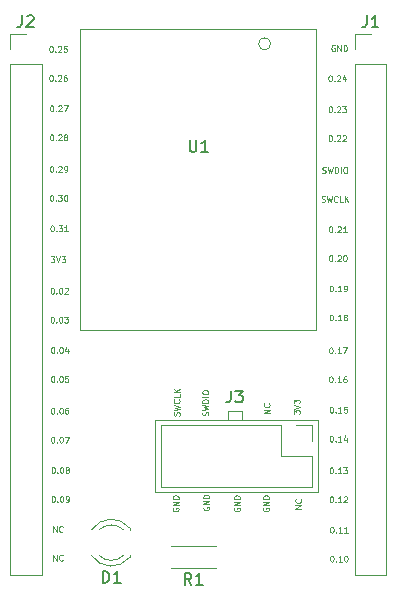
<source format=gto>
G04 #@! TF.GenerationSoftware,KiCad,Pcbnew,(5.1.2)-2*
G04 #@! TF.CreationDate,2020-07-25T19:39:27+02:00*
G04 #@! TF.ProjectId,Adapter,41646170-7465-4722-9e6b-696361645f70,1*
G04 #@! TF.SameCoordinates,Original*
G04 #@! TF.FileFunction,Legend,Top*
G04 #@! TF.FilePolarity,Positive*
%FSLAX46Y46*%
G04 Gerber Fmt 4.6, Leading zero omitted, Abs format (unit mm)*
G04 Created by KiCad (PCBNEW (5.1.2)-2) date 2020-07-25 19:39:27*
%MOMM*%
%LPD*%
G04 APERTURE LIST*
%ADD10C,0.100000*%
%ADD11C,0.120000*%
%ADD12C,0.150000*%
G04 APERTURE END LIST*
D10*
X158005910Y-102582137D02*
X157505910Y-102582137D01*
X158005910Y-102296422D01*
X157505910Y-102296422D01*
X157958291Y-101772613D02*
X157982100Y-101796422D01*
X158005910Y-101867851D01*
X158005910Y-101915470D01*
X157982100Y-101986899D01*
X157934481Y-102034518D01*
X157886862Y-102058327D01*
X157791624Y-102082137D01*
X157720196Y-102082137D01*
X157624958Y-102058327D01*
X157577339Y-102034518D01*
X157529720Y-101986899D01*
X157505910Y-101915470D01*
X157505910Y-101867851D01*
X157529720Y-101796422D01*
X157553529Y-101772613D01*
X139667822Y-115074830D02*
X139667822Y-114574830D01*
X139953537Y-115074830D01*
X139953537Y-114574830D01*
X140477346Y-115027211D02*
X140453537Y-115051020D01*
X140382108Y-115074830D01*
X140334489Y-115074830D01*
X140263060Y-115051020D01*
X140215441Y-115003401D01*
X140191632Y-114955782D01*
X140167822Y-114860544D01*
X140167822Y-114789116D01*
X140191632Y-114693878D01*
X140215441Y-114646259D01*
X140263060Y-114598640D01*
X140334489Y-114574830D01*
X140382108Y-114574830D01*
X140453537Y-114598640D01*
X140477346Y-114622449D01*
X139667822Y-112656750D02*
X139667822Y-112156750D01*
X139953537Y-112656750D01*
X139953537Y-112156750D01*
X140477346Y-112609131D02*
X140453537Y-112632940D01*
X140382108Y-112656750D01*
X140334489Y-112656750D01*
X140263060Y-112632940D01*
X140215441Y-112585321D01*
X140191632Y-112537702D01*
X140167822Y-112442464D01*
X140167822Y-112371036D01*
X140191632Y-112275798D01*
X140215441Y-112228179D01*
X140263060Y-112180560D01*
X140334489Y-112156750D01*
X140382108Y-112156750D01*
X140453537Y-112180560D01*
X140477346Y-112204369D01*
X160667830Y-110689817D02*
X160167830Y-110689817D01*
X160667830Y-110404102D01*
X160167830Y-110404102D01*
X160620211Y-109880293D02*
X160644020Y-109904102D01*
X160667830Y-109975531D01*
X160667830Y-110023150D01*
X160644020Y-110094579D01*
X160596401Y-110142198D01*
X160548782Y-110166007D01*
X160453544Y-110189817D01*
X160382116Y-110189817D01*
X160286878Y-110166007D01*
X160239259Y-110142198D01*
X160191640Y-110094579D01*
X160167830Y-110023150D01*
X160167830Y-109975531D01*
X160191640Y-109904102D01*
X160215449Y-109880293D01*
X157463680Y-110611872D02*
X157439870Y-110659491D01*
X157439870Y-110730920D01*
X157463680Y-110802348D01*
X157511299Y-110849967D01*
X157558918Y-110873777D01*
X157654156Y-110897586D01*
X157725584Y-110897586D01*
X157820822Y-110873777D01*
X157868441Y-110849967D01*
X157916060Y-110802348D01*
X157939870Y-110730920D01*
X157939870Y-110683300D01*
X157916060Y-110611872D01*
X157892251Y-110588062D01*
X157725584Y-110588062D01*
X157725584Y-110683300D01*
X157939870Y-110373777D02*
X157439870Y-110373777D01*
X157939870Y-110088062D01*
X157439870Y-110088062D01*
X157939870Y-109849967D02*
X157439870Y-109849967D01*
X157439870Y-109730920D01*
X157463680Y-109659491D01*
X157511299Y-109611872D01*
X157558918Y-109588062D01*
X157654156Y-109564253D01*
X157725584Y-109564253D01*
X157820822Y-109588062D01*
X157868441Y-109611872D01*
X157916060Y-109659491D01*
X157939870Y-109730920D01*
X157939870Y-109849967D01*
X154999880Y-110611872D02*
X154976070Y-110659491D01*
X154976070Y-110730920D01*
X154999880Y-110802348D01*
X155047499Y-110849967D01*
X155095118Y-110873777D01*
X155190356Y-110897586D01*
X155261784Y-110897586D01*
X155357022Y-110873777D01*
X155404641Y-110849967D01*
X155452260Y-110802348D01*
X155476070Y-110730920D01*
X155476070Y-110683300D01*
X155452260Y-110611872D01*
X155428451Y-110588062D01*
X155261784Y-110588062D01*
X155261784Y-110683300D01*
X155476070Y-110373777D02*
X154976070Y-110373777D01*
X155476070Y-110088062D01*
X154976070Y-110088062D01*
X155476070Y-109849967D02*
X154976070Y-109849967D01*
X154976070Y-109730920D01*
X154999880Y-109659491D01*
X155047499Y-109611872D01*
X155095118Y-109588062D01*
X155190356Y-109564253D01*
X155261784Y-109564253D01*
X155357022Y-109588062D01*
X155404641Y-109611872D01*
X155452260Y-109659491D01*
X155476070Y-109730920D01*
X155476070Y-109849967D01*
X152398920Y-110545832D02*
X152375110Y-110593451D01*
X152375110Y-110664880D01*
X152398920Y-110736308D01*
X152446539Y-110783927D01*
X152494158Y-110807737D01*
X152589396Y-110831546D01*
X152660824Y-110831546D01*
X152756062Y-110807737D01*
X152803681Y-110783927D01*
X152851300Y-110736308D01*
X152875110Y-110664880D01*
X152875110Y-110617260D01*
X152851300Y-110545832D01*
X152827491Y-110522022D01*
X152660824Y-110522022D01*
X152660824Y-110617260D01*
X152875110Y-110307737D02*
X152375110Y-110307737D01*
X152875110Y-110022022D01*
X152375110Y-110022022D01*
X152875110Y-109783927D02*
X152375110Y-109783927D01*
X152375110Y-109664880D01*
X152398920Y-109593451D01*
X152446539Y-109545832D01*
X152494158Y-109522022D01*
X152589396Y-109498213D01*
X152660824Y-109498213D01*
X152756062Y-109522022D01*
X152803681Y-109545832D01*
X152851300Y-109593451D01*
X152875110Y-109664880D01*
X152875110Y-109783927D01*
X149803040Y-110611872D02*
X149779230Y-110659491D01*
X149779230Y-110730920D01*
X149803040Y-110802348D01*
X149850659Y-110849967D01*
X149898278Y-110873777D01*
X149993516Y-110897586D01*
X150064944Y-110897586D01*
X150160182Y-110873777D01*
X150207801Y-110849967D01*
X150255420Y-110802348D01*
X150279230Y-110730920D01*
X150279230Y-110683300D01*
X150255420Y-110611872D01*
X150231611Y-110588062D01*
X150064944Y-110588062D01*
X150064944Y-110683300D01*
X150279230Y-110373777D02*
X149779230Y-110373777D01*
X150279230Y-110088062D01*
X149779230Y-110088062D01*
X150279230Y-109849967D02*
X149779230Y-109849967D01*
X149779230Y-109730920D01*
X149803040Y-109659491D01*
X149850659Y-109611872D01*
X149898278Y-109588062D01*
X149993516Y-109564253D01*
X150064944Y-109564253D01*
X150160182Y-109588062D01*
X150207801Y-109611872D01*
X150255420Y-109659491D01*
X150279230Y-109730920D01*
X150279230Y-109849967D01*
X152785260Y-102781443D02*
X152809070Y-102710015D01*
X152809070Y-102590967D01*
X152785260Y-102543348D01*
X152761451Y-102519539D01*
X152713832Y-102495729D01*
X152666213Y-102495729D01*
X152618594Y-102519539D01*
X152594784Y-102543348D01*
X152570975Y-102590967D01*
X152547165Y-102686205D01*
X152523356Y-102733824D01*
X152499546Y-102757634D01*
X152451927Y-102781443D01*
X152404308Y-102781443D01*
X152356689Y-102757634D01*
X152332880Y-102733824D01*
X152309070Y-102686205D01*
X152309070Y-102567158D01*
X152332880Y-102495729D01*
X152309070Y-102329062D02*
X152809070Y-102210015D01*
X152451927Y-102114777D01*
X152809070Y-102019539D01*
X152309070Y-101900491D01*
X152809070Y-101710015D02*
X152309070Y-101710015D01*
X152309070Y-101590967D01*
X152332880Y-101519539D01*
X152380499Y-101471920D01*
X152428118Y-101448110D01*
X152523356Y-101424300D01*
X152594784Y-101424300D01*
X152690022Y-101448110D01*
X152737641Y-101471920D01*
X152785260Y-101519539D01*
X152809070Y-101590967D01*
X152809070Y-101710015D01*
X152809070Y-101210015D02*
X152309070Y-101210015D01*
X152309070Y-100876681D02*
X152309070Y-100781443D01*
X152332880Y-100733824D01*
X152380499Y-100686205D01*
X152475737Y-100662396D01*
X152642403Y-100662396D01*
X152737641Y-100686205D01*
X152785260Y-100733824D01*
X152809070Y-100781443D01*
X152809070Y-100876681D01*
X152785260Y-100924300D01*
X152737641Y-100971920D01*
X152642403Y-100995729D01*
X152475737Y-100995729D01*
X152380499Y-100971920D01*
X152332880Y-100924300D01*
X152309070Y-100876681D01*
X150341780Y-102796992D02*
X150365590Y-102725563D01*
X150365590Y-102606516D01*
X150341780Y-102558897D01*
X150317971Y-102535087D01*
X150270352Y-102511278D01*
X150222733Y-102511278D01*
X150175114Y-102535087D01*
X150151304Y-102558897D01*
X150127495Y-102606516D01*
X150103685Y-102701754D01*
X150079876Y-102749373D01*
X150056066Y-102773182D01*
X150008447Y-102796992D01*
X149960828Y-102796992D01*
X149913209Y-102773182D01*
X149889400Y-102749373D01*
X149865590Y-102701754D01*
X149865590Y-102582706D01*
X149889400Y-102511278D01*
X149865590Y-102344611D02*
X150365590Y-102225563D01*
X150008447Y-102130325D01*
X150365590Y-102035087D01*
X149865590Y-101916040D01*
X150317971Y-101439849D02*
X150341780Y-101463659D01*
X150365590Y-101535087D01*
X150365590Y-101582706D01*
X150341780Y-101654135D01*
X150294161Y-101701754D01*
X150246542Y-101725563D01*
X150151304Y-101749373D01*
X150079876Y-101749373D01*
X149984638Y-101725563D01*
X149937019Y-101701754D01*
X149889400Y-101654135D01*
X149865590Y-101582706D01*
X149865590Y-101535087D01*
X149889400Y-101463659D01*
X149913209Y-101439849D01*
X150365590Y-100987468D02*
X150365590Y-101225563D01*
X149865590Y-101225563D01*
X150365590Y-100820801D02*
X149865590Y-100820801D01*
X150365590Y-100535087D02*
X150079876Y-100749373D01*
X149865590Y-100535087D02*
X150151304Y-100820801D01*
X160025590Y-102655927D02*
X160025590Y-102346403D01*
X160216066Y-102513070D01*
X160216066Y-102441641D01*
X160239876Y-102394022D01*
X160263685Y-102370213D01*
X160311304Y-102346403D01*
X160430352Y-102346403D01*
X160477971Y-102370213D01*
X160501780Y-102394022D01*
X160525590Y-102441641D01*
X160525590Y-102584499D01*
X160501780Y-102632118D01*
X160477971Y-102655927D01*
X160025590Y-102203546D02*
X160525590Y-102036880D01*
X160025590Y-101870213D01*
X160025590Y-101751165D02*
X160025590Y-101441641D01*
X160216066Y-101608308D01*
X160216066Y-101536880D01*
X160239876Y-101489260D01*
X160263685Y-101465451D01*
X160311304Y-101441641D01*
X160430352Y-101441641D01*
X160477971Y-101465451D01*
X160501780Y-101489260D01*
X160525590Y-101536880D01*
X160525590Y-101679737D01*
X160501780Y-101727356D01*
X160477971Y-101751165D01*
X163494767Y-71459280D02*
X163447148Y-71435470D01*
X163375720Y-71435470D01*
X163304291Y-71459280D01*
X163256672Y-71506899D01*
X163232862Y-71554518D01*
X163209053Y-71649756D01*
X163209053Y-71721184D01*
X163232862Y-71816422D01*
X163256672Y-71864041D01*
X163304291Y-71911660D01*
X163375720Y-71935470D01*
X163423339Y-71935470D01*
X163494767Y-71911660D01*
X163518577Y-71887851D01*
X163518577Y-71721184D01*
X163423339Y-71721184D01*
X163732862Y-71935470D02*
X163732862Y-71435470D01*
X164018577Y-71935470D01*
X164018577Y-71435470D01*
X164256672Y-71935470D02*
X164256672Y-71435470D01*
X164375720Y-71435470D01*
X164447148Y-71459280D01*
X164494767Y-71506899D01*
X164518577Y-71554518D01*
X164542386Y-71649756D01*
X164542386Y-71721184D01*
X164518577Y-71816422D01*
X164494767Y-71864041D01*
X164447148Y-71911660D01*
X164375720Y-71935470D01*
X164256672Y-71935470D01*
X163094112Y-73990710D02*
X163141731Y-73990710D01*
X163189350Y-74014520D01*
X163213160Y-74038329D01*
X163236969Y-74085948D01*
X163260779Y-74181186D01*
X163260779Y-74300234D01*
X163236969Y-74395472D01*
X163213160Y-74443091D01*
X163189350Y-74466900D01*
X163141731Y-74490710D01*
X163094112Y-74490710D01*
X163046493Y-74466900D01*
X163022683Y-74443091D01*
X162998874Y-74395472D01*
X162975064Y-74300234D01*
X162975064Y-74181186D01*
X162998874Y-74085948D01*
X163022683Y-74038329D01*
X163046493Y-74014520D01*
X163094112Y-73990710D01*
X163475064Y-74443091D02*
X163498874Y-74466900D01*
X163475064Y-74490710D01*
X163451255Y-74466900D01*
X163475064Y-74443091D01*
X163475064Y-74490710D01*
X163689350Y-74038329D02*
X163713160Y-74014520D01*
X163760779Y-73990710D01*
X163879826Y-73990710D01*
X163927445Y-74014520D01*
X163951255Y-74038329D01*
X163975064Y-74085948D01*
X163975064Y-74133567D01*
X163951255Y-74204996D01*
X163665540Y-74490710D01*
X163975064Y-74490710D01*
X164403636Y-74157377D02*
X164403636Y-74490710D01*
X164284588Y-73966900D02*
X164165540Y-74324043D01*
X164475064Y-74324043D01*
X163144912Y-89220550D02*
X163192531Y-89220550D01*
X163240150Y-89244360D01*
X163263960Y-89268169D01*
X163287769Y-89315788D01*
X163311579Y-89411026D01*
X163311579Y-89530074D01*
X163287769Y-89625312D01*
X163263960Y-89672931D01*
X163240150Y-89696740D01*
X163192531Y-89720550D01*
X163144912Y-89720550D01*
X163097293Y-89696740D01*
X163073483Y-89672931D01*
X163049674Y-89625312D01*
X163025864Y-89530074D01*
X163025864Y-89411026D01*
X163049674Y-89315788D01*
X163073483Y-89268169D01*
X163097293Y-89244360D01*
X163144912Y-89220550D01*
X163525864Y-89672931D02*
X163549674Y-89696740D01*
X163525864Y-89720550D01*
X163502055Y-89696740D01*
X163525864Y-89672931D01*
X163525864Y-89720550D01*
X163740150Y-89268169D02*
X163763960Y-89244360D01*
X163811579Y-89220550D01*
X163930626Y-89220550D01*
X163978245Y-89244360D01*
X164002055Y-89268169D01*
X164025864Y-89315788D01*
X164025864Y-89363407D01*
X164002055Y-89434836D01*
X163716340Y-89720550D01*
X164025864Y-89720550D01*
X164335388Y-89220550D02*
X164383007Y-89220550D01*
X164430626Y-89244360D01*
X164454436Y-89268169D01*
X164478245Y-89315788D01*
X164502055Y-89411026D01*
X164502055Y-89530074D01*
X164478245Y-89625312D01*
X164454436Y-89672931D01*
X164430626Y-89696740D01*
X164383007Y-89720550D01*
X164335388Y-89720550D01*
X164287769Y-89696740D01*
X164263960Y-89672931D01*
X164240150Y-89625312D01*
X164216340Y-89530074D01*
X164216340Y-89411026D01*
X164240150Y-89315788D01*
X164263960Y-89268169D01*
X164287769Y-89244360D01*
X164335388Y-89220550D01*
X163185552Y-91796110D02*
X163233171Y-91796110D01*
X163280790Y-91819920D01*
X163304600Y-91843729D01*
X163328409Y-91891348D01*
X163352219Y-91986586D01*
X163352219Y-92105634D01*
X163328409Y-92200872D01*
X163304600Y-92248491D01*
X163280790Y-92272300D01*
X163233171Y-92296110D01*
X163185552Y-92296110D01*
X163137933Y-92272300D01*
X163114123Y-92248491D01*
X163090314Y-92200872D01*
X163066504Y-92105634D01*
X163066504Y-91986586D01*
X163090314Y-91891348D01*
X163114123Y-91843729D01*
X163137933Y-91819920D01*
X163185552Y-91796110D01*
X163566504Y-92248491D02*
X163590314Y-92272300D01*
X163566504Y-92296110D01*
X163542695Y-92272300D01*
X163566504Y-92248491D01*
X163566504Y-92296110D01*
X164066504Y-92296110D02*
X163780790Y-92296110D01*
X163923647Y-92296110D02*
X163923647Y-91796110D01*
X163876028Y-91867539D01*
X163828409Y-91915158D01*
X163780790Y-91938967D01*
X164304600Y-92296110D02*
X164399838Y-92296110D01*
X164447457Y-92272300D01*
X164471266Y-92248491D01*
X164518885Y-92177062D01*
X164542695Y-92081824D01*
X164542695Y-91891348D01*
X164518885Y-91843729D01*
X164495076Y-91819920D01*
X164447457Y-91796110D01*
X164352219Y-91796110D01*
X164304600Y-91819920D01*
X164280790Y-91843729D01*
X164256980Y-91891348D01*
X164256980Y-92010396D01*
X164280790Y-92058015D01*
X164304600Y-92081824D01*
X164352219Y-92105634D01*
X164447457Y-92105634D01*
X164495076Y-92081824D01*
X164518885Y-92058015D01*
X164542695Y-92010396D01*
X163185552Y-94244670D02*
X163233171Y-94244670D01*
X163280790Y-94268480D01*
X163304600Y-94292289D01*
X163328409Y-94339908D01*
X163352219Y-94435146D01*
X163352219Y-94554194D01*
X163328409Y-94649432D01*
X163304600Y-94697051D01*
X163280790Y-94720860D01*
X163233171Y-94744670D01*
X163185552Y-94744670D01*
X163137933Y-94720860D01*
X163114123Y-94697051D01*
X163090314Y-94649432D01*
X163066504Y-94554194D01*
X163066504Y-94435146D01*
X163090314Y-94339908D01*
X163114123Y-94292289D01*
X163137933Y-94268480D01*
X163185552Y-94244670D01*
X163566504Y-94697051D02*
X163590314Y-94720860D01*
X163566504Y-94744670D01*
X163542695Y-94720860D01*
X163566504Y-94697051D01*
X163566504Y-94744670D01*
X164066504Y-94744670D02*
X163780790Y-94744670D01*
X163923647Y-94744670D02*
X163923647Y-94244670D01*
X163876028Y-94316099D01*
X163828409Y-94363718D01*
X163780790Y-94387527D01*
X164352219Y-94458956D02*
X164304600Y-94435146D01*
X164280790Y-94411337D01*
X164256980Y-94363718D01*
X164256980Y-94339908D01*
X164280790Y-94292289D01*
X164304600Y-94268480D01*
X164352219Y-94244670D01*
X164447457Y-94244670D01*
X164495076Y-94268480D01*
X164518885Y-94292289D01*
X164542695Y-94339908D01*
X164542695Y-94363718D01*
X164518885Y-94411337D01*
X164495076Y-94435146D01*
X164447457Y-94458956D01*
X164352219Y-94458956D01*
X164304600Y-94482765D01*
X164280790Y-94506575D01*
X164256980Y-94554194D01*
X164256980Y-94649432D01*
X164280790Y-94697051D01*
X164304600Y-94720860D01*
X164352219Y-94744670D01*
X164447457Y-94744670D01*
X164495076Y-94720860D01*
X164518885Y-94697051D01*
X164542695Y-94649432D01*
X164542695Y-94554194D01*
X164518885Y-94506575D01*
X164495076Y-94482765D01*
X164447457Y-94458956D01*
X163144912Y-86771990D02*
X163192531Y-86771990D01*
X163240150Y-86795800D01*
X163263960Y-86819609D01*
X163287769Y-86867228D01*
X163311579Y-86962466D01*
X163311579Y-87081514D01*
X163287769Y-87176752D01*
X163263960Y-87224371D01*
X163240150Y-87248180D01*
X163192531Y-87271990D01*
X163144912Y-87271990D01*
X163097293Y-87248180D01*
X163073483Y-87224371D01*
X163049674Y-87176752D01*
X163025864Y-87081514D01*
X163025864Y-86962466D01*
X163049674Y-86867228D01*
X163073483Y-86819609D01*
X163097293Y-86795800D01*
X163144912Y-86771990D01*
X163525864Y-87224371D02*
X163549674Y-87248180D01*
X163525864Y-87271990D01*
X163502055Y-87248180D01*
X163525864Y-87224371D01*
X163525864Y-87271990D01*
X163740150Y-86819609D02*
X163763960Y-86795800D01*
X163811579Y-86771990D01*
X163930626Y-86771990D01*
X163978245Y-86795800D01*
X164002055Y-86819609D01*
X164025864Y-86867228D01*
X164025864Y-86914847D01*
X164002055Y-86986276D01*
X163716340Y-87271990D01*
X164025864Y-87271990D01*
X164502055Y-87271990D02*
X164216340Y-87271990D01*
X164359198Y-87271990D02*
X164359198Y-86771990D01*
X164311579Y-86843419D01*
X164263960Y-86891038D01*
X164216340Y-86914847D01*
X162460596Y-82239300D02*
X162532024Y-82263110D01*
X162651072Y-82263110D01*
X162698691Y-82239300D01*
X162722500Y-82215491D01*
X162746310Y-82167872D01*
X162746310Y-82120253D01*
X162722500Y-82072634D01*
X162698691Y-82048824D01*
X162651072Y-82025015D01*
X162555834Y-82001205D01*
X162508215Y-81977396D01*
X162484405Y-81953586D01*
X162460596Y-81905967D01*
X162460596Y-81858348D01*
X162484405Y-81810729D01*
X162508215Y-81786920D01*
X162555834Y-81763110D01*
X162674881Y-81763110D01*
X162746310Y-81786920D01*
X162912977Y-81763110D02*
X163032024Y-82263110D01*
X163127262Y-81905967D01*
X163222500Y-82263110D01*
X163341548Y-81763110D01*
X163532024Y-82263110D02*
X163532024Y-81763110D01*
X163651072Y-81763110D01*
X163722500Y-81786920D01*
X163770120Y-81834539D01*
X163793929Y-81882158D01*
X163817739Y-81977396D01*
X163817739Y-82048824D01*
X163793929Y-82144062D01*
X163770120Y-82191681D01*
X163722500Y-82239300D01*
X163651072Y-82263110D01*
X163532024Y-82263110D01*
X164032024Y-82263110D02*
X164032024Y-81763110D01*
X164365358Y-81763110D02*
X164460596Y-81763110D01*
X164508215Y-81786920D01*
X164555834Y-81834539D01*
X164579643Y-81929777D01*
X164579643Y-82096443D01*
X164555834Y-82191681D01*
X164508215Y-82239300D01*
X164460596Y-82263110D01*
X164365358Y-82263110D01*
X164317739Y-82239300D01*
X164270120Y-82191681D01*
X164246310Y-82096443D01*
X164246310Y-81929777D01*
X164270120Y-81834539D01*
X164317739Y-81786920D01*
X164365358Y-81763110D01*
X162389167Y-84682780D02*
X162460596Y-84706590D01*
X162579643Y-84706590D01*
X162627262Y-84682780D01*
X162651072Y-84658971D01*
X162674881Y-84611352D01*
X162674881Y-84563733D01*
X162651072Y-84516114D01*
X162627262Y-84492304D01*
X162579643Y-84468495D01*
X162484405Y-84444685D01*
X162436786Y-84420876D01*
X162412977Y-84397066D01*
X162389167Y-84349447D01*
X162389167Y-84301828D01*
X162412977Y-84254209D01*
X162436786Y-84230400D01*
X162484405Y-84206590D01*
X162603453Y-84206590D01*
X162674881Y-84230400D01*
X162841548Y-84206590D02*
X162960596Y-84706590D01*
X163055834Y-84349447D01*
X163151072Y-84706590D01*
X163270120Y-84206590D01*
X163746310Y-84658971D02*
X163722500Y-84682780D01*
X163651072Y-84706590D01*
X163603453Y-84706590D01*
X163532024Y-84682780D01*
X163484405Y-84635161D01*
X163460596Y-84587542D01*
X163436786Y-84492304D01*
X163436786Y-84420876D01*
X163460596Y-84325638D01*
X163484405Y-84278019D01*
X163532024Y-84230400D01*
X163603453Y-84206590D01*
X163651072Y-84206590D01*
X163722500Y-84230400D01*
X163746310Y-84254209D01*
X164198691Y-84706590D02*
X163960596Y-84706590D01*
X163960596Y-84206590D01*
X164365358Y-84706590D02*
X164365358Y-84206590D01*
X164651072Y-84706590D02*
X164436786Y-84420876D01*
X164651072Y-84206590D02*
X164365358Y-84492304D01*
X163104272Y-79060550D02*
X163151891Y-79060550D01*
X163199510Y-79084360D01*
X163223320Y-79108169D01*
X163247129Y-79155788D01*
X163270939Y-79251026D01*
X163270939Y-79370074D01*
X163247129Y-79465312D01*
X163223320Y-79512931D01*
X163199510Y-79536740D01*
X163151891Y-79560550D01*
X163104272Y-79560550D01*
X163056653Y-79536740D01*
X163032843Y-79512931D01*
X163009034Y-79465312D01*
X162985224Y-79370074D01*
X162985224Y-79251026D01*
X163009034Y-79155788D01*
X163032843Y-79108169D01*
X163056653Y-79084360D01*
X163104272Y-79060550D01*
X163485224Y-79512931D02*
X163509034Y-79536740D01*
X163485224Y-79560550D01*
X163461415Y-79536740D01*
X163485224Y-79512931D01*
X163485224Y-79560550D01*
X163699510Y-79108169D02*
X163723320Y-79084360D01*
X163770939Y-79060550D01*
X163889986Y-79060550D01*
X163937605Y-79084360D01*
X163961415Y-79108169D01*
X163985224Y-79155788D01*
X163985224Y-79203407D01*
X163961415Y-79274836D01*
X163675700Y-79560550D01*
X163985224Y-79560550D01*
X164175700Y-79108169D02*
X164199510Y-79084360D01*
X164247129Y-79060550D01*
X164366177Y-79060550D01*
X164413796Y-79084360D01*
X164437605Y-79108169D01*
X164461415Y-79155788D01*
X164461415Y-79203407D01*
X164437605Y-79274836D01*
X164151891Y-79560550D01*
X164461415Y-79560550D01*
X163104272Y-76611990D02*
X163151891Y-76611990D01*
X163199510Y-76635800D01*
X163223320Y-76659609D01*
X163247129Y-76707228D01*
X163270939Y-76802466D01*
X163270939Y-76921514D01*
X163247129Y-77016752D01*
X163223320Y-77064371D01*
X163199510Y-77088180D01*
X163151891Y-77111990D01*
X163104272Y-77111990D01*
X163056653Y-77088180D01*
X163032843Y-77064371D01*
X163009034Y-77016752D01*
X162985224Y-76921514D01*
X162985224Y-76802466D01*
X163009034Y-76707228D01*
X163032843Y-76659609D01*
X163056653Y-76635800D01*
X163104272Y-76611990D01*
X163485224Y-77064371D02*
X163509034Y-77088180D01*
X163485224Y-77111990D01*
X163461415Y-77088180D01*
X163485224Y-77064371D01*
X163485224Y-77111990D01*
X163699510Y-76659609D02*
X163723320Y-76635800D01*
X163770939Y-76611990D01*
X163889986Y-76611990D01*
X163937605Y-76635800D01*
X163961415Y-76659609D01*
X163985224Y-76707228D01*
X163985224Y-76754847D01*
X163961415Y-76826276D01*
X163675700Y-77111990D01*
X163985224Y-77111990D01*
X164151891Y-76611990D02*
X164461415Y-76611990D01*
X164294748Y-76802466D01*
X164366177Y-76802466D01*
X164413796Y-76826276D01*
X164437605Y-76850085D01*
X164461415Y-76897704D01*
X164461415Y-77016752D01*
X164437605Y-77064371D01*
X164413796Y-77088180D01*
X164366177Y-77111990D01*
X164223320Y-77111990D01*
X164175700Y-77088180D01*
X164151891Y-77064371D01*
X163195712Y-109642150D02*
X163243331Y-109642150D01*
X163290950Y-109665960D01*
X163314760Y-109689769D01*
X163338569Y-109737388D01*
X163362379Y-109832626D01*
X163362379Y-109951674D01*
X163338569Y-110046912D01*
X163314760Y-110094531D01*
X163290950Y-110118340D01*
X163243331Y-110142150D01*
X163195712Y-110142150D01*
X163148093Y-110118340D01*
X163124283Y-110094531D01*
X163100474Y-110046912D01*
X163076664Y-109951674D01*
X163076664Y-109832626D01*
X163100474Y-109737388D01*
X163124283Y-109689769D01*
X163148093Y-109665960D01*
X163195712Y-109642150D01*
X163576664Y-110094531D02*
X163600474Y-110118340D01*
X163576664Y-110142150D01*
X163552855Y-110118340D01*
X163576664Y-110094531D01*
X163576664Y-110142150D01*
X164076664Y-110142150D02*
X163790950Y-110142150D01*
X163933807Y-110142150D02*
X163933807Y-109642150D01*
X163886188Y-109713579D01*
X163838569Y-109761198D01*
X163790950Y-109785007D01*
X164267140Y-109689769D02*
X164290950Y-109665960D01*
X164338569Y-109642150D01*
X164457617Y-109642150D01*
X164505236Y-109665960D01*
X164529045Y-109689769D01*
X164552855Y-109737388D01*
X164552855Y-109785007D01*
X164529045Y-109856436D01*
X164243331Y-110142150D01*
X164552855Y-110142150D01*
X163236352Y-112217710D02*
X163283971Y-112217710D01*
X163331590Y-112241520D01*
X163355400Y-112265329D01*
X163379209Y-112312948D01*
X163403019Y-112408186D01*
X163403019Y-112527234D01*
X163379209Y-112622472D01*
X163355400Y-112670091D01*
X163331590Y-112693900D01*
X163283971Y-112717710D01*
X163236352Y-112717710D01*
X163188733Y-112693900D01*
X163164923Y-112670091D01*
X163141114Y-112622472D01*
X163117304Y-112527234D01*
X163117304Y-112408186D01*
X163141114Y-112312948D01*
X163164923Y-112265329D01*
X163188733Y-112241520D01*
X163236352Y-112217710D01*
X163617304Y-112670091D02*
X163641114Y-112693900D01*
X163617304Y-112717710D01*
X163593495Y-112693900D01*
X163617304Y-112670091D01*
X163617304Y-112717710D01*
X164117304Y-112717710D02*
X163831590Y-112717710D01*
X163974447Y-112717710D02*
X163974447Y-112217710D01*
X163926828Y-112289139D01*
X163879209Y-112336758D01*
X163831590Y-112360567D01*
X164593495Y-112717710D02*
X164307780Y-112717710D01*
X164450638Y-112717710D02*
X164450638Y-112217710D01*
X164403019Y-112289139D01*
X164355400Y-112336758D01*
X164307780Y-112360567D01*
X163236352Y-114666270D02*
X163283971Y-114666270D01*
X163331590Y-114690080D01*
X163355400Y-114713889D01*
X163379209Y-114761508D01*
X163403019Y-114856746D01*
X163403019Y-114975794D01*
X163379209Y-115071032D01*
X163355400Y-115118651D01*
X163331590Y-115142460D01*
X163283971Y-115166270D01*
X163236352Y-115166270D01*
X163188733Y-115142460D01*
X163164923Y-115118651D01*
X163141114Y-115071032D01*
X163117304Y-114975794D01*
X163117304Y-114856746D01*
X163141114Y-114761508D01*
X163164923Y-114713889D01*
X163188733Y-114690080D01*
X163236352Y-114666270D01*
X163617304Y-115118651D02*
X163641114Y-115142460D01*
X163617304Y-115166270D01*
X163593495Y-115142460D01*
X163617304Y-115118651D01*
X163617304Y-115166270D01*
X164117304Y-115166270D02*
X163831590Y-115166270D01*
X163974447Y-115166270D02*
X163974447Y-114666270D01*
X163926828Y-114737699D01*
X163879209Y-114785318D01*
X163831590Y-114809127D01*
X164426828Y-114666270D02*
X164474447Y-114666270D01*
X164522066Y-114690080D01*
X164545876Y-114713889D01*
X164569685Y-114761508D01*
X164593495Y-114856746D01*
X164593495Y-114975794D01*
X164569685Y-115071032D01*
X164545876Y-115118651D01*
X164522066Y-115142460D01*
X164474447Y-115166270D01*
X164426828Y-115166270D01*
X164379209Y-115142460D01*
X164355400Y-115118651D01*
X164331590Y-115071032D01*
X164307780Y-114975794D01*
X164307780Y-114856746D01*
X164331590Y-114761508D01*
X164355400Y-114713889D01*
X164379209Y-114690080D01*
X164426828Y-114666270D01*
X163195712Y-107193590D02*
X163243331Y-107193590D01*
X163290950Y-107217400D01*
X163314760Y-107241209D01*
X163338569Y-107288828D01*
X163362379Y-107384066D01*
X163362379Y-107503114D01*
X163338569Y-107598352D01*
X163314760Y-107645971D01*
X163290950Y-107669780D01*
X163243331Y-107693590D01*
X163195712Y-107693590D01*
X163148093Y-107669780D01*
X163124283Y-107645971D01*
X163100474Y-107598352D01*
X163076664Y-107503114D01*
X163076664Y-107384066D01*
X163100474Y-107288828D01*
X163124283Y-107241209D01*
X163148093Y-107217400D01*
X163195712Y-107193590D01*
X163576664Y-107645971D02*
X163600474Y-107669780D01*
X163576664Y-107693590D01*
X163552855Y-107669780D01*
X163576664Y-107645971D01*
X163576664Y-107693590D01*
X164076664Y-107693590D02*
X163790950Y-107693590D01*
X163933807Y-107693590D02*
X163933807Y-107193590D01*
X163886188Y-107265019D01*
X163838569Y-107312638D01*
X163790950Y-107336447D01*
X164243331Y-107193590D02*
X164552855Y-107193590D01*
X164386188Y-107384066D01*
X164457617Y-107384066D01*
X164505236Y-107407876D01*
X164529045Y-107431685D01*
X164552855Y-107479304D01*
X164552855Y-107598352D01*
X164529045Y-107645971D01*
X164505236Y-107669780D01*
X164457617Y-107693590D01*
X164314760Y-107693590D01*
X164267140Y-107669780D01*
X164243331Y-107645971D01*
X163195712Y-102057710D02*
X163243331Y-102057710D01*
X163290950Y-102081520D01*
X163314760Y-102105329D01*
X163338569Y-102152948D01*
X163362379Y-102248186D01*
X163362379Y-102367234D01*
X163338569Y-102462472D01*
X163314760Y-102510091D01*
X163290950Y-102533900D01*
X163243331Y-102557710D01*
X163195712Y-102557710D01*
X163148093Y-102533900D01*
X163124283Y-102510091D01*
X163100474Y-102462472D01*
X163076664Y-102367234D01*
X163076664Y-102248186D01*
X163100474Y-102152948D01*
X163124283Y-102105329D01*
X163148093Y-102081520D01*
X163195712Y-102057710D01*
X163576664Y-102510091D02*
X163600474Y-102533900D01*
X163576664Y-102557710D01*
X163552855Y-102533900D01*
X163576664Y-102510091D01*
X163576664Y-102557710D01*
X164076664Y-102557710D02*
X163790950Y-102557710D01*
X163933807Y-102557710D02*
X163933807Y-102057710D01*
X163886188Y-102129139D01*
X163838569Y-102176758D01*
X163790950Y-102200567D01*
X164529045Y-102057710D02*
X164290950Y-102057710D01*
X164267140Y-102295805D01*
X164290950Y-102271996D01*
X164338569Y-102248186D01*
X164457617Y-102248186D01*
X164505236Y-102271996D01*
X164529045Y-102295805D01*
X164552855Y-102343424D01*
X164552855Y-102462472D01*
X164529045Y-102510091D01*
X164505236Y-102533900D01*
X164457617Y-102557710D01*
X164338569Y-102557710D01*
X164290950Y-102533900D01*
X164267140Y-102510091D01*
X163195712Y-104506270D02*
X163243331Y-104506270D01*
X163290950Y-104530080D01*
X163314760Y-104553889D01*
X163338569Y-104601508D01*
X163362379Y-104696746D01*
X163362379Y-104815794D01*
X163338569Y-104911032D01*
X163314760Y-104958651D01*
X163290950Y-104982460D01*
X163243331Y-105006270D01*
X163195712Y-105006270D01*
X163148093Y-104982460D01*
X163124283Y-104958651D01*
X163100474Y-104911032D01*
X163076664Y-104815794D01*
X163076664Y-104696746D01*
X163100474Y-104601508D01*
X163124283Y-104553889D01*
X163148093Y-104530080D01*
X163195712Y-104506270D01*
X163576664Y-104958651D02*
X163600474Y-104982460D01*
X163576664Y-105006270D01*
X163552855Y-104982460D01*
X163576664Y-104958651D01*
X163576664Y-105006270D01*
X164076664Y-105006270D02*
X163790950Y-105006270D01*
X163933807Y-105006270D02*
X163933807Y-104506270D01*
X163886188Y-104577699D01*
X163838569Y-104625318D01*
X163790950Y-104649127D01*
X164505236Y-104672937D02*
X164505236Y-105006270D01*
X164386188Y-104482460D02*
X164267140Y-104839603D01*
X164576664Y-104839603D01*
X163155072Y-99482150D02*
X163202691Y-99482150D01*
X163250310Y-99505960D01*
X163274120Y-99529769D01*
X163297929Y-99577388D01*
X163321739Y-99672626D01*
X163321739Y-99791674D01*
X163297929Y-99886912D01*
X163274120Y-99934531D01*
X163250310Y-99958340D01*
X163202691Y-99982150D01*
X163155072Y-99982150D01*
X163107453Y-99958340D01*
X163083643Y-99934531D01*
X163059834Y-99886912D01*
X163036024Y-99791674D01*
X163036024Y-99672626D01*
X163059834Y-99577388D01*
X163083643Y-99529769D01*
X163107453Y-99505960D01*
X163155072Y-99482150D01*
X163536024Y-99934531D02*
X163559834Y-99958340D01*
X163536024Y-99982150D01*
X163512215Y-99958340D01*
X163536024Y-99934531D01*
X163536024Y-99982150D01*
X164036024Y-99982150D02*
X163750310Y-99982150D01*
X163893167Y-99982150D02*
X163893167Y-99482150D01*
X163845548Y-99553579D01*
X163797929Y-99601198D01*
X163750310Y-99625007D01*
X164464596Y-99482150D02*
X164369358Y-99482150D01*
X164321739Y-99505960D01*
X164297929Y-99529769D01*
X164250310Y-99601198D01*
X164226500Y-99696436D01*
X164226500Y-99886912D01*
X164250310Y-99934531D01*
X164274120Y-99958340D01*
X164321739Y-99982150D01*
X164416977Y-99982150D01*
X164464596Y-99958340D01*
X164488405Y-99934531D01*
X164512215Y-99886912D01*
X164512215Y-99767864D01*
X164488405Y-99720245D01*
X164464596Y-99696436D01*
X164416977Y-99672626D01*
X164321739Y-99672626D01*
X164274120Y-99696436D01*
X164250310Y-99720245D01*
X164226500Y-99767864D01*
X163155072Y-97033590D02*
X163202691Y-97033590D01*
X163250310Y-97057400D01*
X163274120Y-97081209D01*
X163297929Y-97128828D01*
X163321739Y-97224066D01*
X163321739Y-97343114D01*
X163297929Y-97438352D01*
X163274120Y-97485971D01*
X163250310Y-97509780D01*
X163202691Y-97533590D01*
X163155072Y-97533590D01*
X163107453Y-97509780D01*
X163083643Y-97485971D01*
X163059834Y-97438352D01*
X163036024Y-97343114D01*
X163036024Y-97224066D01*
X163059834Y-97128828D01*
X163083643Y-97081209D01*
X163107453Y-97057400D01*
X163155072Y-97033590D01*
X163536024Y-97485971D02*
X163559834Y-97509780D01*
X163536024Y-97533590D01*
X163512215Y-97509780D01*
X163536024Y-97485971D01*
X163536024Y-97533590D01*
X164036024Y-97533590D02*
X163750310Y-97533590D01*
X163893167Y-97533590D02*
X163893167Y-97033590D01*
X163845548Y-97105019D01*
X163797929Y-97152638D01*
X163750310Y-97176447D01*
X164202691Y-97033590D02*
X164536024Y-97033590D01*
X164321739Y-97533590D01*
X139604192Y-104587550D02*
X139651811Y-104587550D01*
X139699430Y-104611360D01*
X139723240Y-104635169D01*
X139747049Y-104682788D01*
X139770859Y-104778026D01*
X139770859Y-104897074D01*
X139747049Y-104992312D01*
X139723240Y-105039931D01*
X139699430Y-105063740D01*
X139651811Y-105087550D01*
X139604192Y-105087550D01*
X139556573Y-105063740D01*
X139532763Y-105039931D01*
X139508954Y-104992312D01*
X139485144Y-104897074D01*
X139485144Y-104778026D01*
X139508954Y-104682788D01*
X139532763Y-104635169D01*
X139556573Y-104611360D01*
X139604192Y-104587550D01*
X139985144Y-105039931D02*
X140008954Y-105063740D01*
X139985144Y-105087550D01*
X139961335Y-105063740D01*
X139985144Y-105039931D01*
X139985144Y-105087550D01*
X140318478Y-104587550D02*
X140366097Y-104587550D01*
X140413716Y-104611360D01*
X140437525Y-104635169D01*
X140461335Y-104682788D01*
X140485144Y-104778026D01*
X140485144Y-104897074D01*
X140461335Y-104992312D01*
X140437525Y-105039931D01*
X140413716Y-105063740D01*
X140366097Y-105087550D01*
X140318478Y-105087550D01*
X140270859Y-105063740D01*
X140247049Y-105039931D01*
X140223240Y-104992312D01*
X140199430Y-104897074D01*
X140199430Y-104778026D01*
X140223240Y-104682788D01*
X140247049Y-104635169D01*
X140270859Y-104611360D01*
X140318478Y-104587550D01*
X140651811Y-104587550D02*
X140985144Y-104587550D01*
X140770859Y-105087550D01*
X139644832Y-107163110D02*
X139692451Y-107163110D01*
X139740070Y-107186920D01*
X139763880Y-107210729D01*
X139787689Y-107258348D01*
X139811499Y-107353586D01*
X139811499Y-107472634D01*
X139787689Y-107567872D01*
X139763880Y-107615491D01*
X139740070Y-107639300D01*
X139692451Y-107663110D01*
X139644832Y-107663110D01*
X139597213Y-107639300D01*
X139573403Y-107615491D01*
X139549594Y-107567872D01*
X139525784Y-107472634D01*
X139525784Y-107353586D01*
X139549594Y-107258348D01*
X139573403Y-107210729D01*
X139597213Y-107186920D01*
X139644832Y-107163110D01*
X140025784Y-107615491D02*
X140049594Y-107639300D01*
X140025784Y-107663110D01*
X140001975Y-107639300D01*
X140025784Y-107615491D01*
X140025784Y-107663110D01*
X140359118Y-107163110D02*
X140406737Y-107163110D01*
X140454356Y-107186920D01*
X140478165Y-107210729D01*
X140501975Y-107258348D01*
X140525784Y-107353586D01*
X140525784Y-107472634D01*
X140501975Y-107567872D01*
X140478165Y-107615491D01*
X140454356Y-107639300D01*
X140406737Y-107663110D01*
X140359118Y-107663110D01*
X140311499Y-107639300D01*
X140287689Y-107615491D01*
X140263880Y-107567872D01*
X140240070Y-107472634D01*
X140240070Y-107353586D01*
X140263880Y-107258348D01*
X140287689Y-107210729D01*
X140311499Y-107186920D01*
X140359118Y-107163110D01*
X140811499Y-107377396D02*
X140763880Y-107353586D01*
X140740070Y-107329777D01*
X140716260Y-107282158D01*
X140716260Y-107258348D01*
X140740070Y-107210729D01*
X140763880Y-107186920D01*
X140811499Y-107163110D01*
X140906737Y-107163110D01*
X140954356Y-107186920D01*
X140978165Y-107210729D01*
X141001975Y-107258348D01*
X141001975Y-107282158D01*
X140978165Y-107329777D01*
X140954356Y-107353586D01*
X140906737Y-107377396D01*
X140811499Y-107377396D01*
X140763880Y-107401205D01*
X140740070Y-107425015D01*
X140716260Y-107472634D01*
X140716260Y-107567872D01*
X140740070Y-107615491D01*
X140763880Y-107639300D01*
X140811499Y-107663110D01*
X140906737Y-107663110D01*
X140954356Y-107639300D01*
X140978165Y-107615491D01*
X141001975Y-107567872D01*
X141001975Y-107472634D01*
X140978165Y-107425015D01*
X140954356Y-107401205D01*
X140906737Y-107377396D01*
X139644832Y-109611670D02*
X139692451Y-109611670D01*
X139740070Y-109635480D01*
X139763880Y-109659289D01*
X139787689Y-109706908D01*
X139811499Y-109802146D01*
X139811499Y-109921194D01*
X139787689Y-110016432D01*
X139763880Y-110064051D01*
X139740070Y-110087860D01*
X139692451Y-110111670D01*
X139644832Y-110111670D01*
X139597213Y-110087860D01*
X139573403Y-110064051D01*
X139549594Y-110016432D01*
X139525784Y-109921194D01*
X139525784Y-109802146D01*
X139549594Y-109706908D01*
X139573403Y-109659289D01*
X139597213Y-109635480D01*
X139644832Y-109611670D01*
X140025784Y-110064051D02*
X140049594Y-110087860D01*
X140025784Y-110111670D01*
X140001975Y-110087860D01*
X140025784Y-110064051D01*
X140025784Y-110111670D01*
X140359118Y-109611670D02*
X140406737Y-109611670D01*
X140454356Y-109635480D01*
X140478165Y-109659289D01*
X140501975Y-109706908D01*
X140525784Y-109802146D01*
X140525784Y-109921194D01*
X140501975Y-110016432D01*
X140478165Y-110064051D01*
X140454356Y-110087860D01*
X140406737Y-110111670D01*
X140359118Y-110111670D01*
X140311499Y-110087860D01*
X140287689Y-110064051D01*
X140263880Y-110016432D01*
X140240070Y-109921194D01*
X140240070Y-109802146D01*
X140263880Y-109706908D01*
X140287689Y-109659289D01*
X140311499Y-109635480D01*
X140359118Y-109611670D01*
X140763880Y-110111670D02*
X140859118Y-110111670D01*
X140906737Y-110087860D01*
X140930546Y-110064051D01*
X140978165Y-109992622D01*
X141001975Y-109897384D01*
X141001975Y-109706908D01*
X140978165Y-109659289D01*
X140954356Y-109635480D01*
X140906737Y-109611670D01*
X140811499Y-109611670D01*
X140763880Y-109635480D01*
X140740070Y-109659289D01*
X140716260Y-109706908D01*
X140716260Y-109825956D01*
X140740070Y-109873575D01*
X140763880Y-109897384D01*
X140811499Y-109921194D01*
X140906737Y-109921194D01*
X140954356Y-109897384D01*
X140978165Y-109873575D01*
X141001975Y-109825956D01*
X139604192Y-102138990D02*
X139651811Y-102138990D01*
X139699430Y-102162800D01*
X139723240Y-102186609D01*
X139747049Y-102234228D01*
X139770859Y-102329466D01*
X139770859Y-102448514D01*
X139747049Y-102543752D01*
X139723240Y-102591371D01*
X139699430Y-102615180D01*
X139651811Y-102638990D01*
X139604192Y-102638990D01*
X139556573Y-102615180D01*
X139532763Y-102591371D01*
X139508954Y-102543752D01*
X139485144Y-102448514D01*
X139485144Y-102329466D01*
X139508954Y-102234228D01*
X139532763Y-102186609D01*
X139556573Y-102162800D01*
X139604192Y-102138990D01*
X139985144Y-102591371D02*
X140008954Y-102615180D01*
X139985144Y-102638990D01*
X139961335Y-102615180D01*
X139985144Y-102591371D01*
X139985144Y-102638990D01*
X140318478Y-102138990D02*
X140366097Y-102138990D01*
X140413716Y-102162800D01*
X140437525Y-102186609D01*
X140461335Y-102234228D01*
X140485144Y-102329466D01*
X140485144Y-102448514D01*
X140461335Y-102543752D01*
X140437525Y-102591371D01*
X140413716Y-102615180D01*
X140366097Y-102638990D01*
X140318478Y-102638990D01*
X140270859Y-102615180D01*
X140247049Y-102591371D01*
X140223240Y-102543752D01*
X140199430Y-102448514D01*
X140199430Y-102329466D01*
X140223240Y-102234228D01*
X140247049Y-102186609D01*
X140270859Y-102162800D01*
X140318478Y-102138990D01*
X140913716Y-102138990D02*
X140818478Y-102138990D01*
X140770859Y-102162800D01*
X140747049Y-102186609D01*
X140699430Y-102258038D01*
X140675620Y-102353276D01*
X140675620Y-102543752D01*
X140699430Y-102591371D01*
X140723240Y-102615180D01*
X140770859Y-102638990D01*
X140866097Y-102638990D01*
X140913716Y-102615180D01*
X140937525Y-102591371D01*
X140961335Y-102543752D01*
X140961335Y-102424704D01*
X140937525Y-102377085D01*
X140913716Y-102353276D01*
X140866097Y-102329466D01*
X140770859Y-102329466D01*
X140723240Y-102353276D01*
X140699430Y-102377085D01*
X140675620Y-102424704D01*
X139604192Y-97003110D02*
X139651811Y-97003110D01*
X139699430Y-97026920D01*
X139723240Y-97050729D01*
X139747049Y-97098348D01*
X139770859Y-97193586D01*
X139770859Y-97312634D01*
X139747049Y-97407872D01*
X139723240Y-97455491D01*
X139699430Y-97479300D01*
X139651811Y-97503110D01*
X139604192Y-97503110D01*
X139556573Y-97479300D01*
X139532763Y-97455491D01*
X139508954Y-97407872D01*
X139485144Y-97312634D01*
X139485144Y-97193586D01*
X139508954Y-97098348D01*
X139532763Y-97050729D01*
X139556573Y-97026920D01*
X139604192Y-97003110D01*
X139985144Y-97455491D02*
X140008954Y-97479300D01*
X139985144Y-97503110D01*
X139961335Y-97479300D01*
X139985144Y-97455491D01*
X139985144Y-97503110D01*
X140318478Y-97003110D02*
X140366097Y-97003110D01*
X140413716Y-97026920D01*
X140437525Y-97050729D01*
X140461335Y-97098348D01*
X140485144Y-97193586D01*
X140485144Y-97312634D01*
X140461335Y-97407872D01*
X140437525Y-97455491D01*
X140413716Y-97479300D01*
X140366097Y-97503110D01*
X140318478Y-97503110D01*
X140270859Y-97479300D01*
X140247049Y-97455491D01*
X140223240Y-97407872D01*
X140199430Y-97312634D01*
X140199430Y-97193586D01*
X140223240Y-97098348D01*
X140247049Y-97050729D01*
X140270859Y-97026920D01*
X140318478Y-97003110D01*
X140913716Y-97169777D02*
X140913716Y-97503110D01*
X140794668Y-96979300D02*
X140675620Y-97336443D01*
X140985144Y-97336443D01*
X139604192Y-99451670D02*
X139651811Y-99451670D01*
X139699430Y-99475480D01*
X139723240Y-99499289D01*
X139747049Y-99546908D01*
X139770859Y-99642146D01*
X139770859Y-99761194D01*
X139747049Y-99856432D01*
X139723240Y-99904051D01*
X139699430Y-99927860D01*
X139651811Y-99951670D01*
X139604192Y-99951670D01*
X139556573Y-99927860D01*
X139532763Y-99904051D01*
X139508954Y-99856432D01*
X139485144Y-99761194D01*
X139485144Y-99642146D01*
X139508954Y-99546908D01*
X139532763Y-99499289D01*
X139556573Y-99475480D01*
X139604192Y-99451670D01*
X139985144Y-99904051D02*
X140008954Y-99927860D01*
X139985144Y-99951670D01*
X139961335Y-99927860D01*
X139985144Y-99904051D01*
X139985144Y-99951670D01*
X140318478Y-99451670D02*
X140366097Y-99451670D01*
X140413716Y-99475480D01*
X140437525Y-99499289D01*
X140461335Y-99546908D01*
X140485144Y-99642146D01*
X140485144Y-99761194D01*
X140461335Y-99856432D01*
X140437525Y-99904051D01*
X140413716Y-99927860D01*
X140366097Y-99951670D01*
X140318478Y-99951670D01*
X140270859Y-99927860D01*
X140247049Y-99904051D01*
X140223240Y-99856432D01*
X140199430Y-99761194D01*
X140199430Y-99642146D01*
X140223240Y-99546908D01*
X140247049Y-99499289D01*
X140270859Y-99475480D01*
X140318478Y-99451670D01*
X140937525Y-99451670D02*
X140699430Y-99451670D01*
X140675620Y-99689765D01*
X140699430Y-99665956D01*
X140747049Y-99642146D01*
X140866097Y-99642146D01*
X140913716Y-99665956D01*
X140937525Y-99689765D01*
X140961335Y-99737384D01*
X140961335Y-99856432D01*
X140937525Y-99904051D01*
X140913716Y-99927860D01*
X140866097Y-99951670D01*
X140747049Y-99951670D01*
X140699430Y-99927860D01*
X140675620Y-99904051D01*
X139563552Y-94427550D02*
X139611171Y-94427550D01*
X139658790Y-94451360D01*
X139682600Y-94475169D01*
X139706409Y-94522788D01*
X139730219Y-94618026D01*
X139730219Y-94737074D01*
X139706409Y-94832312D01*
X139682600Y-94879931D01*
X139658790Y-94903740D01*
X139611171Y-94927550D01*
X139563552Y-94927550D01*
X139515933Y-94903740D01*
X139492123Y-94879931D01*
X139468314Y-94832312D01*
X139444504Y-94737074D01*
X139444504Y-94618026D01*
X139468314Y-94522788D01*
X139492123Y-94475169D01*
X139515933Y-94451360D01*
X139563552Y-94427550D01*
X139944504Y-94879931D02*
X139968314Y-94903740D01*
X139944504Y-94927550D01*
X139920695Y-94903740D01*
X139944504Y-94879931D01*
X139944504Y-94927550D01*
X140277838Y-94427550D02*
X140325457Y-94427550D01*
X140373076Y-94451360D01*
X140396885Y-94475169D01*
X140420695Y-94522788D01*
X140444504Y-94618026D01*
X140444504Y-94737074D01*
X140420695Y-94832312D01*
X140396885Y-94879931D01*
X140373076Y-94903740D01*
X140325457Y-94927550D01*
X140277838Y-94927550D01*
X140230219Y-94903740D01*
X140206409Y-94879931D01*
X140182600Y-94832312D01*
X140158790Y-94737074D01*
X140158790Y-94618026D01*
X140182600Y-94522788D01*
X140206409Y-94475169D01*
X140230219Y-94451360D01*
X140277838Y-94427550D01*
X140611171Y-94427550D02*
X140920695Y-94427550D01*
X140754028Y-94618026D01*
X140825457Y-94618026D01*
X140873076Y-94641836D01*
X140896885Y-94665645D01*
X140920695Y-94713264D01*
X140920695Y-94832312D01*
X140896885Y-94879931D01*
X140873076Y-94903740D01*
X140825457Y-94927550D01*
X140682600Y-94927550D01*
X140634980Y-94903740D01*
X140611171Y-94879931D01*
X139563552Y-91978990D02*
X139611171Y-91978990D01*
X139658790Y-92002800D01*
X139682600Y-92026609D01*
X139706409Y-92074228D01*
X139730219Y-92169466D01*
X139730219Y-92288514D01*
X139706409Y-92383752D01*
X139682600Y-92431371D01*
X139658790Y-92455180D01*
X139611171Y-92478990D01*
X139563552Y-92478990D01*
X139515933Y-92455180D01*
X139492123Y-92431371D01*
X139468314Y-92383752D01*
X139444504Y-92288514D01*
X139444504Y-92169466D01*
X139468314Y-92074228D01*
X139492123Y-92026609D01*
X139515933Y-92002800D01*
X139563552Y-91978990D01*
X139944504Y-92431371D02*
X139968314Y-92455180D01*
X139944504Y-92478990D01*
X139920695Y-92455180D01*
X139944504Y-92431371D01*
X139944504Y-92478990D01*
X140277838Y-91978990D02*
X140325457Y-91978990D01*
X140373076Y-92002800D01*
X140396885Y-92026609D01*
X140420695Y-92074228D01*
X140444504Y-92169466D01*
X140444504Y-92288514D01*
X140420695Y-92383752D01*
X140396885Y-92431371D01*
X140373076Y-92455180D01*
X140325457Y-92478990D01*
X140277838Y-92478990D01*
X140230219Y-92455180D01*
X140206409Y-92431371D01*
X140182600Y-92383752D01*
X140158790Y-92288514D01*
X140158790Y-92169466D01*
X140182600Y-92074228D01*
X140206409Y-92026609D01*
X140230219Y-92002800D01*
X140277838Y-91978990D01*
X140634980Y-92026609D02*
X140658790Y-92002800D01*
X140706409Y-91978990D01*
X140825457Y-91978990D01*
X140873076Y-92002800D01*
X140896885Y-92026609D01*
X140920695Y-92074228D01*
X140920695Y-92121847D01*
X140896885Y-92193276D01*
X140611171Y-92478990D01*
X140920695Y-92478990D01*
X139553392Y-86705950D02*
X139601011Y-86705950D01*
X139648630Y-86729760D01*
X139672440Y-86753569D01*
X139696249Y-86801188D01*
X139720059Y-86896426D01*
X139720059Y-87015474D01*
X139696249Y-87110712D01*
X139672440Y-87158331D01*
X139648630Y-87182140D01*
X139601011Y-87205950D01*
X139553392Y-87205950D01*
X139505773Y-87182140D01*
X139481963Y-87158331D01*
X139458154Y-87110712D01*
X139434344Y-87015474D01*
X139434344Y-86896426D01*
X139458154Y-86801188D01*
X139481963Y-86753569D01*
X139505773Y-86729760D01*
X139553392Y-86705950D01*
X139934344Y-87158331D02*
X139958154Y-87182140D01*
X139934344Y-87205950D01*
X139910535Y-87182140D01*
X139934344Y-87158331D01*
X139934344Y-87205950D01*
X140124820Y-86705950D02*
X140434344Y-86705950D01*
X140267678Y-86896426D01*
X140339106Y-86896426D01*
X140386725Y-86920236D01*
X140410535Y-86944045D01*
X140434344Y-86991664D01*
X140434344Y-87110712D01*
X140410535Y-87158331D01*
X140386725Y-87182140D01*
X140339106Y-87205950D01*
X140196249Y-87205950D01*
X140148630Y-87182140D01*
X140124820Y-87158331D01*
X140910535Y-87205950D02*
X140624820Y-87205950D01*
X140767678Y-87205950D02*
X140767678Y-86705950D01*
X140720059Y-86777379D01*
X140672440Y-86824998D01*
X140624820Y-86848807D01*
X139467032Y-89322150D02*
X139776556Y-89322150D01*
X139609889Y-89512626D01*
X139681318Y-89512626D01*
X139728937Y-89536436D01*
X139752746Y-89560245D01*
X139776556Y-89607864D01*
X139776556Y-89726912D01*
X139752746Y-89774531D01*
X139728937Y-89798340D01*
X139681318Y-89822150D01*
X139538460Y-89822150D01*
X139490841Y-89798340D01*
X139467032Y-89774531D01*
X139919413Y-89322150D02*
X140086080Y-89822150D01*
X140252746Y-89322150D01*
X140371794Y-89322150D02*
X140681318Y-89322150D01*
X140514651Y-89512626D01*
X140586080Y-89512626D01*
X140633699Y-89536436D01*
X140657508Y-89560245D01*
X140681318Y-89607864D01*
X140681318Y-89726912D01*
X140657508Y-89774531D01*
X140633699Y-89798340D01*
X140586080Y-89822150D01*
X140443222Y-89822150D01*
X140395603Y-89798340D01*
X140371794Y-89774531D01*
X139512752Y-84130390D02*
X139560371Y-84130390D01*
X139607990Y-84154200D01*
X139631800Y-84178009D01*
X139655609Y-84225628D01*
X139679419Y-84320866D01*
X139679419Y-84439914D01*
X139655609Y-84535152D01*
X139631800Y-84582771D01*
X139607990Y-84606580D01*
X139560371Y-84630390D01*
X139512752Y-84630390D01*
X139465133Y-84606580D01*
X139441323Y-84582771D01*
X139417514Y-84535152D01*
X139393704Y-84439914D01*
X139393704Y-84320866D01*
X139417514Y-84225628D01*
X139441323Y-84178009D01*
X139465133Y-84154200D01*
X139512752Y-84130390D01*
X139893704Y-84582771D02*
X139917514Y-84606580D01*
X139893704Y-84630390D01*
X139869895Y-84606580D01*
X139893704Y-84582771D01*
X139893704Y-84630390D01*
X140084180Y-84130390D02*
X140393704Y-84130390D01*
X140227038Y-84320866D01*
X140298466Y-84320866D01*
X140346085Y-84344676D01*
X140369895Y-84368485D01*
X140393704Y-84416104D01*
X140393704Y-84535152D01*
X140369895Y-84582771D01*
X140346085Y-84606580D01*
X140298466Y-84630390D01*
X140155609Y-84630390D01*
X140107990Y-84606580D01*
X140084180Y-84582771D01*
X140703228Y-84130390D02*
X140750847Y-84130390D01*
X140798466Y-84154200D01*
X140822276Y-84178009D01*
X140846085Y-84225628D01*
X140869895Y-84320866D01*
X140869895Y-84439914D01*
X140846085Y-84535152D01*
X140822276Y-84582771D01*
X140798466Y-84606580D01*
X140750847Y-84630390D01*
X140703228Y-84630390D01*
X140655609Y-84606580D01*
X140631800Y-84582771D01*
X140607990Y-84535152D01*
X140584180Y-84439914D01*
X140584180Y-84320866D01*
X140607990Y-84225628D01*
X140631800Y-84178009D01*
X140655609Y-84154200D01*
X140703228Y-84130390D01*
X139512752Y-81681830D02*
X139560371Y-81681830D01*
X139607990Y-81705640D01*
X139631800Y-81729449D01*
X139655609Y-81777068D01*
X139679419Y-81872306D01*
X139679419Y-81991354D01*
X139655609Y-82086592D01*
X139631800Y-82134211D01*
X139607990Y-82158020D01*
X139560371Y-82181830D01*
X139512752Y-82181830D01*
X139465133Y-82158020D01*
X139441323Y-82134211D01*
X139417514Y-82086592D01*
X139393704Y-81991354D01*
X139393704Y-81872306D01*
X139417514Y-81777068D01*
X139441323Y-81729449D01*
X139465133Y-81705640D01*
X139512752Y-81681830D01*
X139893704Y-82134211D02*
X139917514Y-82158020D01*
X139893704Y-82181830D01*
X139869895Y-82158020D01*
X139893704Y-82134211D01*
X139893704Y-82181830D01*
X140107990Y-81729449D02*
X140131800Y-81705640D01*
X140179419Y-81681830D01*
X140298466Y-81681830D01*
X140346085Y-81705640D01*
X140369895Y-81729449D01*
X140393704Y-81777068D01*
X140393704Y-81824687D01*
X140369895Y-81896116D01*
X140084180Y-82181830D01*
X140393704Y-82181830D01*
X140631800Y-82181830D02*
X140727038Y-82181830D01*
X140774657Y-82158020D01*
X140798466Y-82134211D01*
X140846085Y-82062782D01*
X140869895Y-81967544D01*
X140869895Y-81777068D01*
X140846085Y-81729449D01*
X140822276Y-81705640D01*
X140774657Y-81681830D01*
X140679419Y-81681830D01*
X140631800Y-81705640D01*
X140607990Y-81729449D01*
X140584180Y-81777068D01*
X140584180Y-81896116D01*
X140607990Y-81943735D01*
X140631800Y-81967544D01*
X140679419Y-81991354D01*
X140774657Y-81991354D01*
X140822276Y-81967544D01*
X140846085Y-81943735D01*
X140869895Y-81896116D01*
X139512752Y-78994510D02*
X139560371Y-78994510D01*
X139607990Y-79018320D01*
X139631800Y-79042129D01*
X139655609Y-79089748D01*
X139679419Y-79184986D01*
X139679419Y-79304034D01*
X139655609Y-79399272D01*
X139631800Y-79446891D01*
X139607990Y-79470700D01*
X139560371Y-79494510D01*
X139512752Y-79494510D01*
X139465133Y-79470700D01*
X139441323Y-79446891D01*
X139417514Y-79399272D01*
X139393704Y-79304034D01*
X139393704Y-79184986D01*
X139417514Y-79089748D01*
X139441323Y-79042129D01*
X139465133Y-79018320D01*
X139512752Y-78994510D01*
X139893704Y-79446891D02*
X139917514Y-79470700D01*
X139893704Y-79494510D01*
X139869895Y-79470700D01*
X139893704Y-79446891D01*
X139893704Y-79494510D01*
X140107990Y-79042129D02*
X140131800Y-79018320D01*
X140179419Y-78994510D01*
X140298466Y-78994510D01*
X140346085Y-79018320D01*
X140369895Y-79042129D01*
X140393704Y-79089748D01*
X140393704Y-79137367D01*
X140369895Y-79208796D01*
X140084180Y-79494510D01*
X140393704Y-79494510D01*
X140679419Y-79208796D02*
X140631800Y-79184986D01*
X140607990Y-79161177D01*
X140584180Y-79113558D01*
X140584180Y-79089748D01*
X140607990Y-79042129D01*
X140631800Y-79018320D01*
X140679419Y-78994510D01*
X140774657Y-78994510D01*
X140822276Y-79018320D01*
X140846085Y-79042129D01*
X140869895Y-79089748D01*
X140869895Y-79113558D01*
X140846085Y-79161177D01*
X140822276Y-79184986D01*
X140774657Y-79208796D01*
X140679419Y-79208796D01*
X140631800Y-79232605D01*
X140607990Y-79256415D01*
X140584180Y-79304034D01*
X140584180Y-79399272D01*
X140607990Y-79446891D01*
X140631800Y-79470700D01*
X140679419Y-79494510D01*
X140774657Y-79494510D01*
X140822276Y-79470700D01*
X140846085Y-79446891D01*
X140869895Y-79399272D01*
X140869895Y-79304034D01*
X140846085Y-79256415D01*
X140822276Y-79232605D01*
X140774657Y-79208796D01*
X139512752Y-76545950D02*
X139560371Y-76545950D01*
X139607990Y-76569760D01*
X139631800Y-76593569D01*
X139655609Y-76641188D01*
X139679419Y-76736426D01*
X139679419Y-76855474D01*
X139655609Y-76950712D01*
X139631800Y-76998331D01*
X139607990Y-77022140D01*
X139560371Y-77045950D01*
X139512752Y-77045950D01*
X139465133Y-77022140D01*
X139441323Y-76998331D01*
X139417514Y-76950712D01*
X139393704Y-76855474D01*
X139393704Y-76736426D01*
X139417514Y-76641188D01*
X139441323Y-76593569D01*
X139465133Y-76569760D01*
X139512752Y-76545950D01*
X139893704Y-76998331D02*
X139917514Y-77022140D01*
X139893704Y-77045950D01*
X139869895Y-77022140D01*
X139893704Y-76998331D01*
X139893704Y-77045950D01*
X140107990Y-76593569D02*
X140131800Y-76569760D01*
X140179419Y-76545950D01*
X140298466Y-76545950D01*
X140346085Y-76569760D01*
X140369895Y-76593569D01*
X140393704Y-76641188D01*
X140393704Y-76688807D01*
X140369895Y-76760236D01*
X140084180Y-77045950D01*
X140393704Y-77045950D01*
X140560371Y-76545950D02*
X140893704Y-76545950D01*
X140679419Y-77045950D01*
X139472112Y-73970390D02*
X139519731Y-73970390D01*
X139567350Y-73994200D01*
X139591160Y-74018009D01*
X139614969Y-74065628D01*
X139638779Y-74160866D01*
X139638779Y-74279914D01*
X139614969Y-74375152D01*
X139591160Y-74422771D01*
X139567350Y-74446580D01*
X139519731Y-74470390D01*
X139472112Y-74470390D01*
X139424493Y-74446580D01*
X139400683Y-74422771D01*
X139376874Y-74375152D01*
X139353064Y-74279914D01*
X139353064Y-74160866D01*
X139376874Y-74065628D01*
X139400683Y-74018009D01*
X139424493Y-73994200D01*
X139472112Y-73970390D01*
X139853064Y-74422771D02*
X139876874Y-74446580D01*
X139853064Y-74470390D01*
X139829255Y-74446580D01*
X139853064Y-74422771D01*
X139853064Y-74470390D01*
X140067350Y-74018009D02*
X140091160Y-73994200D01*
X140138779Y-73970390D01*
X140257826Y-73970390D01*
X140305445Y-73994200D01*
X140329255Y-74018009D01*
X140353064Y-74065628D01*
X140353064Y-74113247D01*
X140329255Y-74184676D01*
X140043540Y-74470390D01*
X140353064Y-74470390D01*
X140781636Y-73970390D02*
X140686398Y-73970390D01*
X140638779Y-73994200D01*
X140614969Y-74018009D01*
X140567350Y-74089438D01*
X140543540Y-74184676D01*
X140543540Y-74375152D01*
X140567350Y-74422771D01*
X140591160Y-74446580D01*
X140638779Y-74470390D01*
X140734017Y-74470390D01*
X140781636Y-74446580D01*
X140805445Y-74422771D01*
X140829255Y-74375152D01*
X140829255Y-74256104D01*
X140805445Y-74208485D01*
X140781636Y-74184676D01*
X140734017Y-74160866D01*
X140638779Y-74160866D01*
X140591160Y-74184676D01*
X140567350Y-74208485D01*
X140543540Y-74256104D01*
X139472112Y-71521830D02*
X139519731Y-71521830D01*
X139567350Y-71545640D01*
X139591160Y-71569449D01*
X139614969Y-71617068D01*
X139638779Y-71712306D01*
X139638779Y-71831354D01*
X139614969Y-71926592D01*
X139591160Y-71974211D01*
X139567350Y-71998020D01*
X139519731Y-72021830D01*
X139472112Y-72021830D01*
X139424493Y-71998020D01*
X139400683Y-71974211D01*
X139376874Y-71926592D01*
X139353064Y-71831354D01*
X139353064Y-71712306D01*
X139376874Y-71617068D01*
X139400683Y-71569449D01*
X139424493Y-71545640D01*
X139472112Y-71521830D01*
X139853064Y-71974211D02*
X139876874Y-71998020D01*
X139853064Y-72021830D01*
X139829255Y-71998020D01*
X139853064Y-71974211D01*
X139853064Y-72021830D01*
X140067350Y-71569449D02*
X140091160Y-71545640D01*
X140138779Y-71521830D01*
X140257826Y-71521830D01*
X140305445Y-71545640D01*
X140329255Y-71569449D01*
X140353064Y-71617068D01*
X140353064Y-71664687D01*
X140329255Y-71736116D01*
X140043540Y-72021830D01*
X140353064Y-72021830D01*
X140805445Y-71521830D02*
X140567350Y-71521830D01*
X140543540Y-71759925D01*
X140567350Y-71736116D01*
X140614969Y-71712306D01*
X140734017Y-71712306D01*
X140781636Y-71736116D01*
X140805445Y-71759925D01*
X140829255Y-71807544D01*
X140829255Y-71926592D01*
X140805445Y-71974211D01*
X140781636Y-71998020D01*
X140734017Y-72021830D01*
X140614969Y-72021830D01*
X140567350Y-71998020D01*
X140543540Y-71974211D01*
D11*
X155643580Y-102397560D02*
X155643580Y-103134160D01*
X154487880Y-102397560D02*
X155643580Y-102397560D01*
X154487880Y-103121460D02*
X154487880Y-102397560D01*
X162057080Y-103146860D02*
X162069780Y-103146860D01*
X148315680Y-103146860D02*
X162057080Y-103146860D01*
X148315680Y-109268260D02*
X148315680Y-103146860D01*
X162069780Y-109268260D02*
X148315680Y-109268260D01*
X162069780Y-103146860D02*
X162069780Y-109268260D01*
X165211480Y-70460560D02*
X166541480Y-70460560D01*
X165211480Y-71790560D02*
X165211480Y-70460560D01*
X165211480Y-73060560D02*
X167871480Y-73060560D01*
X167871480Y-73060560D02*
X167871480Y-116300560D01*
X165211480Y-73060560D02*
X165211480Y-116300560D01*
X165211480Y-116300560D02*
X167871480Y-116300560D01*
X136024480Y-70460560D02*
X137354480Y-70460560D01*
X136024480Y-71790560D02*
X136024480Y-70460560D01*
X136024480Y-73060560D02*
X138684480Y-73060560D01*
X138684480Y-73060560D02*
X138684480Y-116300560D01*
X136024480Y-73060560D02*
X136024480Y-116300560D01*
X136024480Y-116300560D02*
X138684480Y-116300560D01*
X148763480Y-103607960D02*
X148763480Y-108807960D01*
X158983480Y-103607960D02*
X148763480Y-103607960D01*
X161583480Y-108807960D02*
X148763480Y-108807960D01*
X158983480Y-103607960D02*
X158983480Y-106207960D01*
X158983480Y-106207960D02*
X161583480Y-106207960D01*
X161583480Y-106207960D02*
X161583480Y-108807960D01*
X160253480Y-103607960D02*
X161583480Y-103607960D01*
X161583480Y-103607960D02*
X161583480Y-104937960D01*
X161942480Y-95529960D02*
X161942480Y-70029960D01*
X141942480Y-95529960D02*
X141942480Y-70029960D01*
X161942480Y-70029960D02*
X141942480Y-70029960D01*
X161942480Y-95529960D02*
X141942480Y-95529960D01*
X158080533Y-71325760D02*
G75*
G03X158080533Y-71325760I-511953J0D01*
G01*
X142912145Y-114637568D02*
G75*
G03X146144480Y-114794476I1672335J1078608D01*
G01*
X142912145Y-112480352D02*
G75*
G02X146144480Y-112323444I1672335J-1078608D01*
G01*
X143543350Y-114638797D02*
G75*
G03X145625441Y-114638960I1041130J1079837D01*
G01*
X143543350Y-112479123D02*
G75*
G02X145625441Y-112478960I1041130J-1079837D01*
G01*
X146144480Y-114794960D02*
X146144480Y-114638960D01*
X146144480Y-112478960D02*
X146144480Y-112322960D01*
X153464480Y-115678960D02*
X149624480Y-115678960D01*
X153464480Y-113838960D02*
X149624480Y-113838960D01*
D12*
X166208146Y-68912940D02*
X166208146Y-69627226D01*
X166160527Y-69770083D01*
X166065289Y-69865321D01*
X165922432Y-69912940D01*
X165827194Y-69912940D01*
X167208146Y-69912940D02*
X166636718Y-69912940D01*
X166922432Y-69912940D02*
X166922432Y-68912940D01*
X166827194Y-69055798D01*
X166731956Y-69151036D01*
X166636718Y-69198655D01*
X137021146Y-68912940D02*
X137021146Y-69627226D01*
X136973527Y-69770083D01*
X136878289Y-69865321D01*
X136735432Y-69912940D01*
X136640194Y-69912940D01*
X137449718Y-69008179D02*
X137497337Y-68960560D01*
X137592575Y-68912940D01*
X137830670Y-68912940D01*
X137925908Y-68960560D01*
X137973527Y-69008179D01*
X138021146Y-69103417D01*
X138021146Y-69198655D01*
X137973527Y-69341512D01*
X137402099Y-69912940D01*
X138021146Y-69912940D01*
X154713346Y-100691700D02*
X154713346Y-101405986D01*
X154665727Y-101548843D01*
X154570489Y-101644081D01*
X154427632Y-101691700D01*
X154332394Y-101691700D01*
X155094299Y-100691700D02*
X155713346Y-100691700D01*
X155380013Y-101072653D01*
X155522870Y-101072653D01*
X155618108Y-101120272D01*
X155665727Y-101167891D01*
X155713346Y-101263129D01*
X155713346Y-101501224D01*
X155665727Y-101596462D01*
X155618108Y-101644081D01*
X155522870Y-101691700D01*
X155237156Y-101691700D01*
X155141918Y-101644081D01*
X155094299Y-101596462D01*
X151211176Y-79472141D02*
X151211176Y-80281665D01*
X151258795Y-80376903D01*
X151306414Y-80424522D01*
X151401652Y-80472141D01*
X151592128Y-80472141D01*
X151687366Y-80424522D01*
X151734985Y-80376903D01*
X151782604Y-80281665D01*
X151782604Y-79472141D01*
X152782604Y-80472141D02*
X152211176Y-80472141D01*
X152496890Y-80472141D02*
X152496890Y-79472141D01*
X152401652Y-79614999D01*
X152306414Y-79710237D01*
X152211176Y-79757856D01*
X143846384Y-116971340D02*
X143846384Y-115971340D01*
X144084480Y-115971340D01*
X144227337Y-116018960D01*
X144322575Y-116114198D01*
X144370194Y-116209436D01*
X144417813Y-116399912D01*
X144417813Y-116542769D01*
X144370194Y-116733245D01*
X144322575Y-116828483D01*
X144227337Y-116923721D01*
X144084480Y-116971340D01*
X143846384Y-116971340D01*
X145370194Y-116971340D02*
X144798765Y-116971340D01*
X145084480Y-116971340D02*
X145084480Y-115971340D01*
X144989241Y-116114198D01*
X144894003Y-116209436D01*
X144798765Y-116257055D01*
X151377813Y-117131340D02*
X151044480Y-116655150D01*
X150806384Y-117131340D02*
X150806384Y-116131340D01*
X151187337Y-116131340D01*
X151282575Y-116178960D01*
X151330194Y-116226579D01*
X151377813Y-116321817D01*
X151377813Y-116464674D01*
X151330194Y-116559912D01*
X151282575Y-116607531D01*
X151187337Y-116655150D01*
X150806384Y-116655150D01*
X152330194Y-117131340D02*
X151758765Y-117131340D01*
X152044480Y-117131340D02*
X152044480Y-116131340D01*
X151949241Y-116274198D01*
X151854003Y-116369436D01*
X151758765Y-116417055D01*
M02*

</source>
